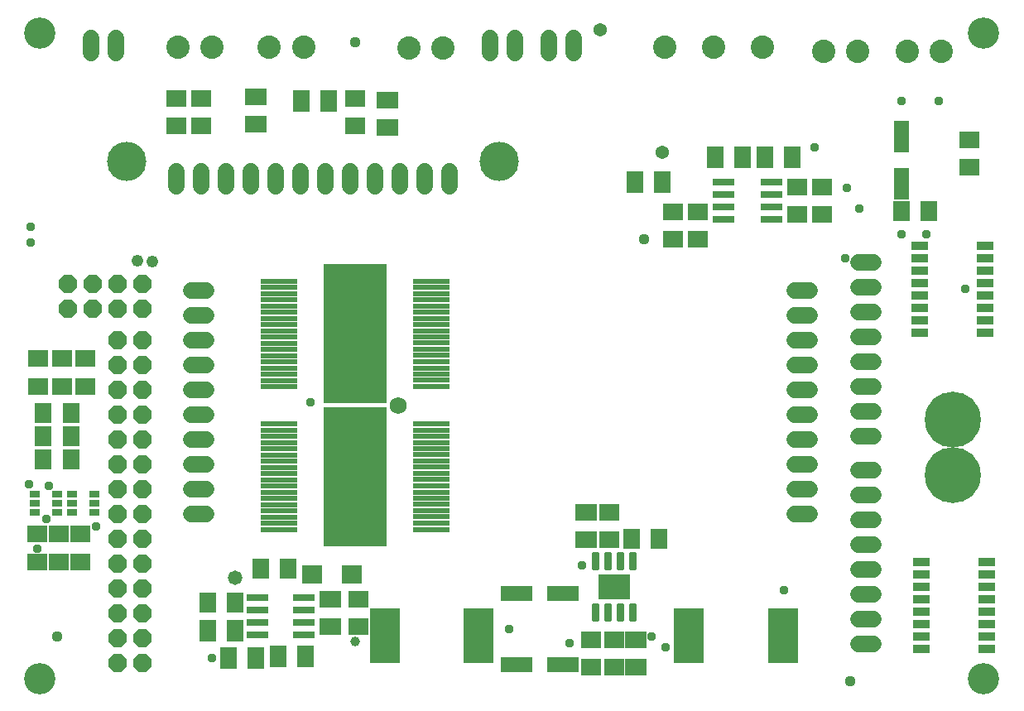
<source format=gbr>
G04 EAGLE Gerber RS-274X export*
G75*
%MOMM*%
%FSLAX34Y34*%
%LPD*%
%AMOC8*
5,1,8,0,0,1.08239X$1,22.5*%
G01*
%ADD10C,3.203194*%
%ADD11C,2.387600*%
%ADD12R,2.184400X0.762000*%
%ADD13R,2.003200X1.803200*%
%ADD14R,1.803200X2.203200*%
%ADD15R,2.203200X1.803200*%
%ADD16C,1.711200*%
%ADD17C,1.727200*%
%ADD18R,3.703200X0.623200*%
%ADD19R,6.503200X14.203200*%
%ADD20C,4.013200*%
%ADD21P,2.034460X8X22.500000*%
%ADD22P,2.034460X8X292.500000*%
%ADD23R,1.803200X2.003200*%
%ADD24R,3.103200X5.603200*%
%ADD25R,2.003200X1.903200*%
%ADD26C,0.349006*%
%ADD27R,3.303200X2.613200*%
%ADD28C,5.719200*%
%ADD29R,1.703200X0.903200*%
%ADD30R,1.103200X0.803200*%
%ADD31R,3.203200X1.603200*%
%ADD32R,1.803200X2.006200*%
%ADD33R,2.006200X1.803200*%
%ADD34R,1.603200X3.203200*%
%ADD35C,0.959600*%
%ADD36C,0.990600*%
%ADD37C,1.117600*%
%ADD38C,1.727200*%
%ADD39C,1.371600*%
%ADD40C,1.219200*%
%ADD41C,1.473200*%


D10*
X25400Y685800D03*
X25400Y25400D03*
X990600Y25400D03*
X990600Y685800D03*
D11*
X826550Y666750D03*
X861550Y666750D03*
X912275Y666750D03*
X947275Y666750D03*
D12*
X724662Y533400D03*
X724662Y520700D03*
X724662Y508000D03*
X724662Y495300D03*
X773938Y495300D03*
X773938Y508000D03*
X773938Y520700D03*
X773938Y533400D03*
D13*
X347663Y618838D03*
X347663Y590838D03*
X673100Y474950D03*
X673100Y502950D03*
X698500Y474950D03*
X698500Y502950D03*
D14*
X767050Y558800D03*
X795050Y558800D03*
X661700Y533400D03*
X633700Y533400D03*
X292388Y615950D03*
X320388Y615950D03*
D15*
X246063Y592425D03*
X246063Y620425D03*
D16*
X444500Y544115D02*
X444500Y529035D01*
X419100Y529035D02*
X419100Y544115D01*
X393700Y544115D02*
X393700Y529035D01*
X368300Y529035D02*
X368300Y544115D01*
X342900Y544115D02*
X342900Y529035D01*
X317500Y529035D02*
X317500Y544115D01*
X292100Y544115D02*
X292100Y529035D01*
X266700Y529035D02*
X266700Y544115D01*
X241300Y544115D02*
X241300Y529035D01*
X215900Y529035D02*
X215900Y544115D01*
X190500Y544115D02*
X190500Y529035D01*
X165100Y529035D02*
X165100Y544115D01*
X77788Y665560D02*
X77788Y680640D01*
X103188Y680640D02*
X103188Y665560D01*
D13*
X800100Y528350D03*
X800100Y500350D03*
X825500Y528350D03*
X825500Y500350D03*
X190500Y590838D03*
X190500Y618838D03*
X165100Y590838D03*
X165100Y618838D03*
D15*
X381000Y617250D03*
X381000Y589250D03*
D14*
X716250Y558800D03*
X744250Y558800D03*
D17*
X194945Y193675D02*
X179705Y193675D01*
X179705Y219075D02*
X194945Y219075D01*
X194945Y244475D02*
X179705Y244475D01*
X179705Y269875D02*
X194945Y269875D01*
X194945Y295275D02*
X179705Y295275D01*
X179705Y320675D02*
X194945Y320675D01*
X194945Y346075D02*
X179705Y346075D01*
X179705Y371475D02*
X194945Y371475D01*
X194945Y396875D02*
X179705Y396875D01*
X179705Y422275D02*
X194945Y422275D01*
X796925Y422275D02*
X812165Y422275D01*
X812165Y396875D02*
X796925Y396875D01*
X796925Y371475D02*
X812165Y371475D01*
X812165Y346075D02*
X796925Y346075D01*
X796925Y320675D02*
X812165Y320675D01*
X812165Y295275D02*
X796925Y295275D01*
X796925Y269875D02*
X812165Y269875D01*
X812165Y244475D02*
X796925Y244475D01*
X796925Y219075D02*
X812165Y219075D01*
X812165Y193675D02*
X796925Y193675D01*
D16*
X862410Y60325D02*
X877490Y60325D01*
X877490Y85725D02*
X862410Y85725D01*
X862410Y111125D02*
X877490Y111125D01*
X877490Y136525D02*
X862410Y136525D01*
X862410Y161925D02*
X877490Y161925D01*
X877490Y187325D02*
X862410Y187325D01*
X862410Y212725D02*
X877490Y212725D01*
X877490Y238125D02*
X862410Y238125D01*
X862410Y273050D02*
X877490Y273050D01*
X877490Y298450D02*
X862410Y298450D01*
X862410Y323850D02*
X877490Y323850D01*
X877490Y349250D02*
X862410Y349250D01*
X862410Y374650D02*
X877490Y374650D01*
X877490Y400050D02*
X862410Y400050D01*
X862410Y425450D02*
X877490Y425450D01*
X877490Y450850D02*
X862410Y450850D01*
D18*
X425430Y177800D03*
X425430Y184300D03*
X425430Y190640D03*
X425430Y196840D03*
X425430Y203340D03*
X425430Y209680D03*
X425430Y215880D03*
X425430Y222380D03*
X425430Y228720D03*
X425430Y234920D03*
X425430Y241420D03*
X425430Y247620D03*
X425430Y254120D03*
X425430Y260460D03*
X425430Y266660D03*
X425430Y273160D03*
X425430Y279500D03*
X425430Y285700D03*
X269940Y285700D03*
X269940Y279200D03*
X269940Y273000D03*
X269940Y266500D03*
X269940Y260300D03*
X269940Y253800D03*
X269940Y247600D03*
X269940Y241100D03*
X269940Y234900D03*
X269940Y228400D03*
X269940Y222200D03*
X269940Y215700D03*
X269940Y209500D03*
X269940Y203000D03*
D19*
X348085Y231770D03*
D18*
X269940Y196820D03*
X269940Y190320D03*
X269940Y183980D03*
X269940Y177640D03*
X425430Y323850D03*
X425430Y330350D03*
X425430Y336690D03*
X425430Y342890D03*
X425430Y349390D03*
X425430Y355730D03*
X425430Y361930D03*
X425430Y368430D03*
X425430Y374770D03*
X425430Y380970D03*
X425430Y387470D03*
X425430Y393670D03*
X425430Y400170D03*
X425430Y406510D03*
X425430Y412710D03*
X425430Y419210D03*
X425430Y425550D03*
X425430Y431750D03*
X269940Y431750D03*
X269940Y425250D03*
X269940Y419050D03*
X269940Y412550D03*
X269940Y406350D03*
X269940Y399850D03*
X269940Y393650D03*
X269940Y387150D03*
X269940Y380950D03*
X269940Y374450D03*
X269940Y368250D03*
X269940Y361750D03*
X269940Y355550D03*
X269940Y349050D03*
D19*
X348085Y377820D03*
D18*
X269940Y342870D03*
X269940Y336370D03*
X269940Y330030D03*
X269940Y323690D03*
D20*
X114300Y554482D03*
X495300Y554482D03*
D11*
X764375Y671513D03*
X714375Y671513D03*
X664375Y671513D03*
X259813Y671513D03*
X294813Y671513D03*
X166150Y671513D03*
X201150Y671513D03*
D16*
X546100Y665560D02*
X546100Y680640D01*
X571500Y680640D02*
X571500Y665560D01*
X485775Y665560D02*
X485775Y680640D01*
X511175Y680640D02*
X511175Y665560D01*
D21*
X53975Y403225D03*
X53975Y428625D03*
X79375Y403225D03*
X79375Y428625D03*
X104775Y403225D03*
X104775Y428625D03*
X130175Y403225D03*
X130175Y428625D03*
D22*
X104775Y371475D03*
X130175Y371475D03*
X104775Y346075D03*
X130175Y346075D03*
X104775Y320675D03*
X130175Y320675D03*
X104775Y295275D03*
X130175Y295275D03*
X104775Y269875D03*
X130175Y269875D03*
X104775Y244475D03*
X130175Y244475D03*
X104775Y219075D03*
X130175Y219075D03*
X104775Y193675D03*
X130175Y193675D03*
X104775Y168275D03*
X130175Y168275D03*
X104775Y142875D03*
X130175Y142875D03*
X104775Y117475D03*
X130175Y117475D03*
X104775Y92075D03*
X130175Y92075D03*
X104775Y66675D03*
X130175Y66675D03*
X104775Y41275D03*
X130175Y41275D03*
D11*
X402688Y669925D03*
X437688Y669925D03*
D12*
X247841Y107950D03*
X247841Y95250D03*
X247841Y82550D03*
X247841Y69850D03*
X295085Y69850D03*
X295085Y82550D03*
X295085Y95250D03*
X295085Y107950D03*
D23*
X279113Y138113D03*
X251113Y138113D03*
D24*
X378038Y68850D03*
X474038Y69350D03*
D25*
X303350Y131763D03*
X344350Y131763D03*
D23*
X225138Y103188D03*
X197138Y103188D03*
D14*
X268575Y47625D03*
X296575Y47625D03*
X217775Y46038D03*
X245775Y46038D03*
X225138Y74613D03*
X197138Y74613D03*
D15*
X322263Y78075D03*
X322263Y106075D03*
D13*
X350838Y106075D03*
X350838Y78075D03*
X976313Y547975D03*
X976313Y575975D03*
D23*
X934750Y503238D03*
X906750Y503238D03*
D26*
X629604Y152934D02*
X629604Y137892D01*
X629604Y152934D02*
X634046Y152934D01*
X634046Y137892D01*
X629604Y137892D01*
X629604Y141207D02*
X634046Y141207D01*
X634046Y144522D02*
X629604Y144522D01*
X629604Y147837D02*
X634046Y147837D01*
X634046Y151152D02*
X629604Y151152D01*
X616904Y152934D02*
X616904Y137892D01*
X616904Y152934D02*
X621346Y152934D01*
X621346Y137892D01*
X616904Y137892D01*
X616904Y141207D02*
X621346Y141207D01*
X621346Y144522D02*
X616904Y144522D01*
X616904Y147837D02*
X621346Y147837D01*
X621346Y151152D02*
X616904Y151152D01*
X604204Y152934D02*
X604204Y137892D01*
X604204Y152934D02*
X608646Y152934D01*
X608646Y137892D01*
X604204Y137892D01*
X604204Y141207D02*
X608646Y141207D01*
X608646Y144522D02*
X604204Y144522D01*
X604204Y147837D02*
X608646Y147837D01*
X608646Y151152D02*
X604204Y151152D01*
X591504Y152934D02*
X591504Y137892D01*
X591504Y152934D02*
X595946Y152934D01*
X595946Y137892D01*
X591504Y137892D01*
X591504Y141207D02*
X595946Y141207D01*
X595946Y144522D02*
X591504Y144522D01*
X591504Y147837D02*
X595946Y147837D01*
X595946Y151152D02*
X591504Y151152D01*
X591504Y100234D02*
X591504Y85192D01*
X591504Y100234D02*
X595946Y100234D01*
X595946Y85192D01*
X591504Y85192D01*
X591504Y88507D02*
X595946Y88507D01*
X595946Y91822D02*
X591504Y91822D01*
X591504Y95137D02*
X595946Y95137D01*
X595946Y98452D02*
X591504Y98452D01*
X604204Y100234D02*
X604204Y85192D01*
X604204Y100234D02*
X608646Y100234D01*
X608646Y85192D01*
X604204Y85192D01*
X604204Y88507D02*
X608646Y88507D01*
X608646Y91822D02*
X604204Y91822D01*
X604204Y95137D02*
X608646Y95137D01*
X608646Y98452D02*
X604204Y98452D01*
X616904Y100234D02*
X616904Y85192D01*
X616904Y100234D02*
X621346Y100234D01*
X621346Y85192D01*
X616904Y85192D01*
X616904Y88507D02*
X621346Y88507D01*
X621346Y91822D02*
X616904Y91822D01*
X616904Y95137D02*
X621346Y95137D01*
X621346Y98452D02*
X616904Y98452D01*
X629604Y100234D02*
X629604Y85192D01*
X629604Y100234D02*
X634046Y100234D01*
X634046Y85192D01*
X629604Y85192D01*
X629604Y88507D02*
X634046Y88507D01*
X634046Y91822D02*
X629604Y91822D01*
X629604Y95137D02*
X634046Y95137D01*
X634046Y98452D02*
X629604Y98452D01*
D27*
X612775Y119063D03*
D23*
X658525Y168275D03*
X630525Y168275D03*
D13*
X608013Y194975D03*
X608013Y166975D03*
X612775Y64800D03*
X612775Y36800D03*
D15*
X635000Y64800D03*
X635000Y36800D03*
X584200Y194975D03*
X584200Y166975D03*
D13*
X588963Y64800D03*
X588963Y36800D03*
D28*
X958850Y290513D03*
X958850Y233363D03*
D29*
X925390Y468313D03*
X925390Y455613D03*
X925390Y442913D03*
X925390Y430213D03*
X925390Y417513D03*
X925390Y404813D03*
X925390Y392113D03*
X925390Y379413D03*
X992310Y379413D03*
X992310Y392113D03*
X992310Y404813D03*
X992310Y417513D03*
X992310Y430213D03*
X992310Y442913D03*
X992310Y455613D03*
X992310Y468313D03*
X926978Y144463D03*
X926978Y131763D03*
X926978Y119063D03*
X926978Y106363D03*
X926978Y93663D03*
X926978Y80963D03*
X926978Y68263D03*
X926978Y55563D03*
X993898Y55563D03*
X993898Y68263D03*
X993898Y80963D03*
X993898Y93663D03*
X993898Y106363D03*
X993898Y119063D03*
X993898Y131763D03*
X993898Y144463D03*
D30*
X20250Y214288D03*
X20250Y204788D03*
X20250Y195288D03*
X43250Y195288D03*
X43250Y204788D03*
X43250Y214288D03*
D31*
X512575Y39688D03*
X560575Y39688D03*
X512575Y112713D03*
X560575Y112713D03*
D30*
X58350Y214288D03*
X58350Y204788D03*
X58350Y195288D03*
X81350Y195288D03*
X81350Y204788D03*
X81350Y214288D03*
D32*
X57083Y296863D03*
X28643Y296863D03*
X57083Y273050D03*
X28643Y273050D03*
X57083Y249238D03*
X28643Y249238D03*
D33*
X71438Y352358D03*
X71438Y323918D03*
X47625Y352358D03*
X47625Y323918D03*
X23813Y352358D03*
X23813Y323918D03*
X44450Y172970D03*
X44450Y144530D03*
X22225Y172970D03*
X22225Y144530D03*
X66675Y144530D03*
X66675Y172970D03*
D24*
X689188Y68850D03*
X785188Y69350D03*
D34*
X906463Y531625D03*
X906463Y579625D03*
D35*
X201613Y46038D03*
X971550Y423863D03*
D36*
X347663Y63500D03*
D35*
X14288Y223838D03*
X31750Y188913D03*
X863600Y506413D03*
X817563Y568325D03*
X15875Y487363D03*
X15875Y471488D03*
D37*
X347663Y676275D03*
X854075Y22225D03*
X42863Y68263D03*
D35*
X850900Y527050D03*
X301625Y307975D03*
X944563Y615950D03*
D38*
X392113Y304800D03*
D35*
X34748Y222073D03*
X22225Y157836D03*
X566738Y61913D03*
X504825Y76200D03*
X785879Y115888D03*
X906463Y615950D03*
D37*
X642938Y474663D03*
D35*
X82550Y180975D03*
D39*
X598488Y688975D03*
X661988Y563563D03*
D35*
X848664Y454964D03*
D40*
X140225Y451913D03*
X125413Y452438D03*
D41*
X225138Y128588D03*
D35*
X665163Y57150D03*
X931863Y479425D03*
X906463Y479425D03*
X650875Y68263D03*
X579438Y141288D03*
M02*

</source>
